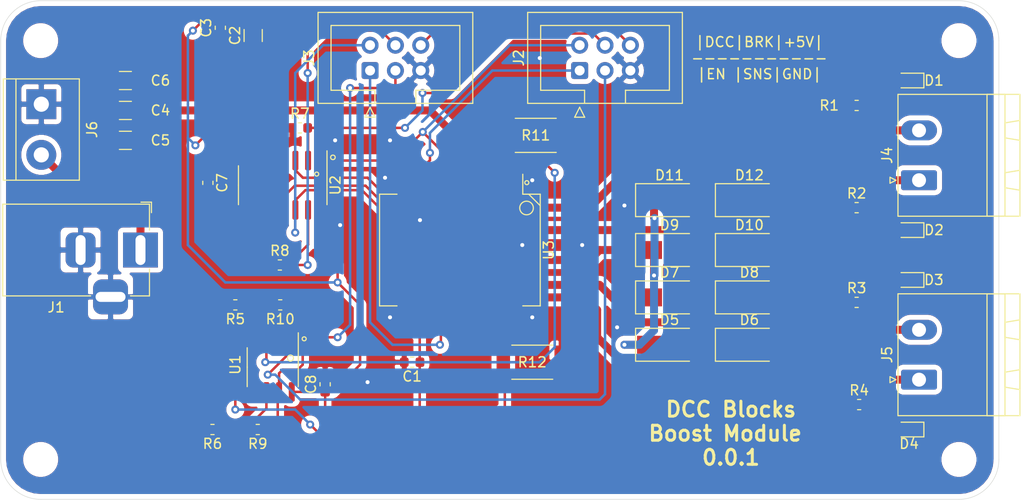
<source format=kicad_pcb>
(kicad_pcb (version 20171130) (host pcbnew 5.1.6-c6e7f7d~86~ubuntu20.04.1)
  (layers (0 F.Cu signal) (31 B.Cu signal) (34 B.Paste user) (35 F.Paste user) (36 B.SilkS user) (37 F.SilkS user) (38 B.Mask user) (39 F.Mask user) (44 Edge.Cuts user))
  (net 0 "")
  (net 1 GND)
  (net 2 +5V)
  (net 3 "Net-(D1-Pad2)")
  (net 4 "Net-(D2-Pad2)")
  (net 5 "Net-(D3-Pad2)")
  (net 6 "Net-(D4-Pad2)")
  (net 7 /BoosModule/Brake_A)
  (net 8 /BoosModule/DCC_A)
  (net 9 /BoosModule/Sns_A)
  (net 10 /BoosModule/en_A)
  (net 11 /BoosModule/Brake_B)
  (net 12 /BoosModule/DCC_B)
  (net 13 /BoosModule/Sns_B)
  (net 14 /BoosModule/en_B)
  (net 15 /BoosModule/Out_A_J)
  (net 16 /BoosModule/Out_A_K)
  (net 17 /BoosModule/Out_B_K)
  (net 18 /BoosModule/Out_B_J)
  (net 19 "Net-(R10-Pad2)")
  (net 20 "Net-(R6-Pad1)")
  (net 21 /BoosModule/snsA)
  (net 22 /BoosModule/snsB)
  (net 23 /BoosModule/dirB#)
  (net 24 "Net-(U2-Pad10)")
  (net 25 "Net-(U2-Pad4)")
  (net 26 /BoosModule/dirA#)
  (net 27 "Net-(U3-Pad18)")
  (net 28 "Net-(U3-Pad3)")
  (net 29 /V_DCC)
  (module TerminalBlock:TerminalBlock_bornier-2_P5.08mm (layer F.Cu) (at 104.064 60.376 270)
    (fp_text reference J6 (at 2.54 -5.08 90) (layer F.SilkS))
    (fp_text value Screw_Terminal_01x02)
    (pad 2 thru_hole circle (at 5.08 0 270) (size 3 3) (drill 1.52) (layers *.Cu *.Mask) (net 29 /V_DCC))
    (pad 1 thru_hole rect (at 0 0 270) (size 3 3) (drill 1.52) (layers *.Cu *.Mask) (net 1 GND))
  )
  (module Diode_SMD:D_SMA (layer F.Cu) (at 175 70)
    (fp_text reference D12 (at 0 -2.5) (layer F.SilkS))
    (fp_text value ss14)
    (pad 2 smd rect (at 2 0) (size 2.5 1.8) (layers F.Cu F.Paste F.Mask) (net 1 GND))
    (pad 1 smd rect (at -2 0) (size 2.5 1.8) (layers F.Cu F.Paste F.Mask) (net 15 /BoosModule/Out_A_J))
  )
  (module Diode_SMD:D_SMA (layer F.Cu) (at 167 70)
    (fp_text reference D11 (at 0 -2.5) (layer F.SilkS))
    (fp_text value ss14)
    (pad 2 smd rect (at 2 0) (size 2.5 1.8) (layers F.Cu F.Paste F.Mask) (net 15 /BoosModule/Out_A_J))
    (pad 1 smd rect (at -2 0) (size 2.5 1.8) (layers F.Cu F.Paste F.Mask) (net 29 /V_DCC))
  )
  (module Diode_SMD:D_SMA (layer F.Cu) (at 175 75)
    (fp_text reference D10 (at 0 -2.5) (layer F.SilkS))
    (fp_text value ss14)
    (pad 2 smd rect (at 2 0) (size 2.5 1.8) (layers F.Cu F.Paste F.Mask) (net 1 GND))
    (pad 1 smd rect (at -2 0) (size 2.5 1.8) (layers F.Cu F.Paste F.Mask) (net 16 /BoosModule/Out_A_K))
  )
  (module Diode_SMD:D_SMA (layer F.Cu) (at 167 75)
    (fp_text reference D9 (at 0 -2.5) (layer F.SilkS))
    (fp_text value ss14)
    (pad 2 smd rect (at 2 0) (size 2.5 1.8) (layers F.Cu F.Paste F.Mask) (net 16 /BoosModule/Out_A_K))
    (pad 1 smd rect (at -2 0) (size 2.5 1.8) (layers F.Cu F.Paste F.Mask) (net 29 /V_DCC))
  )
  (module Diode_SMD:D_SMA (layer F.Cu) (at 175 79.75)
    (fp_text reference D8 (at 0 -2.5) (layer F.SilkS))
    (fp_text value ss14)
    (pad 2 smd rect (at 2 0) (size 2.5 1.8) (layers F.Cu F.Paste F.Mask) (net 1 GND))
    (pad 1 smd rect (at -2 0) (size 2.5 1.8) (layers F.Cu F.Paste F.Mask) (net 18 /BoosModule/Out_B_J))
  )
  (module Diode_SMD:D_SMA (layer F.Cu) (at 167 79.75)
    (fp_text reference D7 (at 0 -2.5) (layer F.SilkS))
    (fp_text value ss14)
    (pad 2 smd rect (at 2 0) (size 2.5 1.8) (layers F.Cu F.Paste F.Mask) (net 18 /BoosModule/Out_B_J))
    (pad 1 smd rect (at -2 0) (size 2.5 1.8) (layers F.Cu F.Paste F.Mask) (net 29 /V_DCC))
  )
  (module Diode_SMD:D_SMA (layer F.Cu) (at 175 84.5)
    (fp_text reference D6 (at 0 -2.5) (layer F.SilkS))
    (fp_text value ss14)
    (pad 2 smd rect (at 2 0) (size 2.5 1.8) (layers F.Cu F.Paste F.Mask) (net 1 GND))
    (pad 1 smd rect (at -2 0) (size 2.5 1.8) (layers F.Cu F.Paste F.Mask) (net 17 /BoosModule/Out_B_K))
  )
  (module Diode_SMD:D_SMA (layer F.Cu) (at 167 84.5)
    (fp_text reference D5 (at 0 -2.5) (layer F.SilkS))
    (fp_text value ss14)
    (pad 2 smd rect (at 2 0) (size 2.5 1.8) (layers F.Cu F.Paste F.Mask) (net 17 /BoosModule/Out_B_K))
    (pad 1 smd rect (at -2 0) (size 2.5 1.8) (layers F.Cu F.Paste F.Mask) (net 29 /V_DCC))
  )
  (module Capacitor_SMD:C_0603_1608Metric (layer F.Cu) (at 132.5 88.4625 90)
    (fp_text reference C8 (at 0 -1.43 90) (layer F.SilkS))
    (fp_text value 100nF)
    (pad 2 smd roundrect (at 0.7875 0 90) (size 0.875 0.95) (layers F.Cu F.Paste F.Mask) (net 1 GND))
    (pad 1 smd roundrect (at -0.7875 0 90) (size 0.875 0.95) (layers F.Cu F.Paste F.Mask) (net 2 +5V))
  )
  (module Capacitor_SMD:C_0603_1608Metric (layer F.Cu) (at 120.75 68.2625 270)
    (fp_text reference C7 (at 0 -1.43 90) (layer F.SilkS))
    (fp_text value 100nF)
    (pad 2 smd roundrect (at 0.7875 0 270) (size 0.875 0.95) (layers F.Cu F.Paste F.Mask) (net 1 GND))
    (pad 1 smd roundrect (at -0.7875 0 270) (size 0.875 0.95) (layers F.Cu F.Paste F.Mask) (net 2 +5V))
  )
  (module Capacitor_SMD:C_1206_3216Metric (layer F.Cu) (at 112.4875 58)
    (fp_text reference C6 (at 3.5125 0) (layer F.SilkS))
    (fp_text value "10uF 35V")
    (pad 2 smd roundrect (at 1.4 0) (size 1.25 1.75) (layers F.Cu F.Paste F.Mask) (roundrect_rratio 0.2) (net 29 /V_DCC))
    (pad 1 smd roundrect (at -1.4 0) (size 1.25 1.75) (layers F.Cu F.Paste F.Mask) (roundrect_rratio 0.2) (net 1 GND))
  )
  (module Capacitor_SMD:C_1206_3216Metric (layer F.Cu) (at 112.4875 64)
    (fp_text reference C5 (at 3.5125 0) (layer F.SilkS))
    (fp_text value "10uF 35V")
    (pad 2 smd roundrect (at 1.4 0) (size 1.25 1.75) (layers F.Cu F.Paste F.Mask) (roundrect_rratio 0.2) (net 29 /V_DCC))
    (pad 1 smd roundrect (at -1.4 0) (size 1.25 1.75) (layers F.Cu F.Paste F.Mask) (roundrect_rratio 0.2) (net 1 GND))
  )
  (module Capacitor_SMD:C_1206_3216Metric (layer F.Cu) (at 112.4875 61)
    (fp_text reference C4 (at 3.5125 0) (layer F.SilkS))
    (fp_text value "10uF 35V")
    (pad 2 smd roundrect (at 1.4 0) (size 1.25 1.75) (layers F.Cu F.Paste F.Mask) (roundrect_rratio 0.2) (net 29 /V_DCC))
    (pad 1 smd roundrect (at -1.4 0) (size 1.25 1.75) (layers F.Cu F.Paste F.Mask) (roundrect_rratio 0.2) (net 1 GND))
  )
  (module Capacitor_SMD:C_0603_1608Metric (layer F.Cu) (at 122 52.7125 90)
    (fp_text reference C3 (at 0 -1.43 90) (layer F.SilkS))
    (fp_text value 100nF)
    (pad 2 smd roundrect (at 0.7875 0 90) (size 0.875 0.95) (layers F.Cu F.Paste F.Mask) (net 2 +5V))
    (pad 1 smd roundrect (at -0.7875 0 90) (size 0.875 0.95) (layers F.Cu F.Paste F.Mask) (net 1 GND))
  )
  (module Capacitor_SMD:C_1206_3216Metric (layer F.Cu) (at 125.29 53.4875 90)
    (fp_text reference C2 (at 0 -1.82 90) (layer F.SilkS))
    (fp_text value "10uF 35V")
    (pad 2 smd roundrect (at 1.4 0 90) (size 1.25 1.75) (layers F.Cu F.Paste F.Mask) (roundrect_rratio 0.2) (net 2 +5V))
    (pad 1 smd roundrect (at -1.4 0 90) (size 1.25 1.75) (layers F.Cu F.Paste F.Mask) (roundrect_rratio 0.2) (net 1 GND))
  )
  (module Capacitor_SMD:C_0603_1608Metric (layer F.Cu) (at 141.2125 86.25 180)
    (fp_text reference C1 (at 0 -1.43) (layer F.SilkS))
    (fp_text value 100nF)
    (pad 2 smd roundrect (at 0.7875 0 180) (size 0.875 0.95) (layers F.Cu F.Paste F.Mask) (net 1 GND))
    (pad 1 smd roundrect (at -0.7875 0 180) (size 0.875 0.95) (layers F.Cu F.Paste F.Mask) (net 2 +5V))
  )
  (module LED_SMD:LED_0603_1608Metric (layer F.Cu) (at 191 78 180)
    (fp_text reference D3 (at -2.4875 0) (layer F.SilkS))
    (fp_text value LED_YELLOW)
    (pad 2 smd roundrect (at 0.7875 0 180) (size 0.875 0.95) (layers F.Cu F.Paste F.Mask) (net 5 "Net-(D3-Pad2)"))
    (pad 1 smd roundrect (at -0.7875 0 180) (size 0.875 0.95) (layers F.Cu F.Paste F.Mask) (net 1 GND))
  )
  (module LED_SMD:LED_0603_1608Metric (layer F.Cu) (at 191 93 180)
    (fp_text reference D4 (at 0 -1.43) (layer F.SilkS))
    (fp_text value LED_YELLOW)
    (pad 2 smd roundrect (at 0.7875 0 180) (size 0.875 0.95) (layers F.Cu F.Paste F.Mask) (net 6 "Net-(D4-Pad2)"))
    (pad 1 smd roundrect (at -0.7875 0 180) (size 0.875 0.95) (layers F.Cu F.Paste F.Mask) (net 1 GND))
  )
  (module LED_SMD:LED_0603_1608Metric (layer F.Cu) (at 191 73 180)
    (fp_text reference D2 (at -2.5 0) (layer F.SilkS))
    (fp_text value LED_YELLOW)
    (pad 2 smd roundrect (at 0.7875 0 180) (size 0.875 0.95) (layers F.Cu F.Paste F.Mask) (net 4 "Net-(D2-Pad2)"))
    (pad 1 smd roundrect (at -0.7875 0 180) (size 0.875 0.95) (layers F.Cu F.Paste F.Mask) (net 1 GND))
  )
  (module LED_SMD:LED_0603_1608Metric (layer F.Cu) (at 191 58 180)
    (fp_text reference D1 (at -2.5 0) (layer F.SilkS))
    (fp_text value LED_YELLOW)
    (pad 2 smd roundrect (at 0.7875 0 180) (size 0.875 0.95) (layers F.Cu F.Paste F.Mask) (net 3 "Net-(D1-Pad2)"))
    (pad 1 smd roundrect (at -0.7875 0 180) (size 0.875 0.95) (layers F.Cu F.Paste F.Mask) (net 1 GND))
  )
  (module Resistor_SMD:R_2512_6332Metric (layer F.Cu) (at 153.25 86.25)
    (fp_text reference R12 (at 0 0) (layer F.SilkS))
    (fp_text value 0R15)
    (pad 2 smd roundrect (at 2.9 0) (size 1.35 3.35) (layers F.Cu F.Paste F.Mask) (roundrect_rratio 0.185185) (net 1 GND))
    (pad 1 smd roundrect (at -2.9 0) (size 1.35 3.35) (layers F.Cu F.Paste F.Mask) (roundrect_rratio 0.185185) (net 22 /BoosModule/snsB))
  )
  (module Resistor_SMD:R_2512_6332Metric (layer F.Cu) (at 153.6 63.5)
    (fp_text reference R11 (at 0 0) (layer F.SilkS))
    (fp_text value 0R15)
    (pad 2 smd roundrect (at 2.9 0) (size 1.35 3.35) (layers F.Cu F.Paste F.Mask) (roundrect_rratio 0.185185) (net 1 GND))
    (pad 1 smd roundrect (at -2.9 0) (size 1.35 3.35) (layers F.Cu F.Paste F.Mask) (roundrect_rratio 0.185185) (net 21 /BoosModule/snsA))
  )
  (module Resistor_SMD:R_0603_1608Metric (layer F.Cu) (at 128 80.5 180)
    (fp_text reference R10 (at 0 -1.43) (layer F.SilkS))
    (fp_text value 10K)
    (pad 2 smd roundrect (at 0.7875 0 180) (size 0.875 0.95) (layers F.Cu F.Paste F.Mask) (net 19 "Net-(R10-Pad2)"))
    (pad 1 smd roundrect (at -0.7875 0 180) (size 0.875 0.95) (layers F.Cu F.Paste F.Mask) (net 9 /BoosModule/Sns_A))
  )
  (module Resistor_SMD:R_0603_1608Metric (layer F.Cu) (at 125.75 93 180)
    (fp_text reference R9 (at 0 -1.43) (layer F.SilkS))
    (fp_text value 10K)
    (pad 2 smd roundrect (at 0.7875 0 180) (size 0.875 0.95) (layers F.Cu F.Paste F.Mask) (net 20 "Net-(R6-Pad1)"))
    (pad 1 smd roundrect (at -0.7875 0 180) (size 0.875 0.95) (layers F.Cu F.Paste F.Mask) (net 13 /BoosModule/Sns_B))
  )
  (module Resistor_SMD:R_0603_1608Metric (layer F.Cu) (at 127.9625 76.5)
    (fp_text reference R8 (at 0 -1.43) (layer F.SilkS))
    (fp_text value 10K)
    (pad 2 smd roundrect (at 0.7875 0) (size 0.875 0.95) (layers F.Cu F.Paste F.Mask) (net 11 /BoosModule/Brake_B))
    (pad 1 smd roundrect (at -0.7875 0) (size 0.875 0.95) (layers F.Cu F.Paste F.Mask) (net 1 GND))
  )
  (module Resistor_SMD:R_0603_1608Metric (layer F.Cu) (at 129.9625 62.75)
    (fp_text reference R7 (at 0 -1.43) (layer F.SilkS))
    (fp_text value 10K)
    (pad 2 smd roundrect (at 0.7875 0) (size 0.875 0.95) (layers F.Cu F.Paste F.Mask) (net 7 /BoosModule/Brake_A))
    (pad 1 smd roundrect (at -0.7875 0) (size 0.875 0.95) (layers F.Cu F.Paste F.Mask) (net 1 GND))
  )
  (module Resistor_SMD:R_0603_1608Metric (layer F.Cu) (at 121.2125 93 180)
    (fp_text reference R6 (at 0 -1.43) (layer F.SilkS))
    (fp_text value 1K)
    (pad 2 smd roundrect (at 0.7875 0 180) (size 0.875 0.95) (layers F.Cu F.Paste F.Mask) (net 1 GND))
    (pad 1 smd roundrect (at -0.7875 0 180) (size 0.875 0.95) (layers F.Cu F.Paste F.Mask) (net 20 "Net-(R6-Pad1)"))
  )
  (module Resistor_SMD:R_0603_1608Metric (layer F.Cu) (at 123.5 80.5 180)
    (fp_text reference R5 (at 0 -1.43) (layer F.SilkS))
    (fp_text value 1K)
    (pad 2 smd roundrect (at 0.7875 0 180) (size 0.875 0.95) (layers F.Cu F.Paste F.Mask) (net 1 GND))
    (pad 1 smd roundrect (at -0.7875 0 180) (size 0.875 0.95) (layers F.Cu F.Paste F.Mask) (net 19 "Net-(R10-Pad2)"))
  )
  (module Resistor_SMD:R_0603_1608Metric (layer F.Cu) (at 186 90.5)
    (fp_text reference R4 (at 0 -1.43) (layer F.SilkS))
    (fp_text value 10K)
    (pad 2 smd roundrect (at 0.7875 0) (size 0.875 0.95) (layers F.Cu F.Paste F.Mask) (net 6 "Net-(D4-Pad2)"))
    (pad 1 smd roundrect (at -0.7875 0) (size 0.875 0.95) (layers F.Cu F.Paste F.Mask) (net 17 /BoosModule/Out_B_K))
  )
  (module Resistor_SMD:R_0603_1608Metric (layer F.Cu) (at 185.75 80.25)
    (fp_text reference R3 (at 0 -1.43) (layer F.SilkS))
    (fp_text value 10K)
    (pad 2 smd roundrect (at 0.7875 0) (size 0.875 0.95) (layers F.Cu F.Paste F.Mask) (net 5 "Net-(D3-Pad2)"))
    (pad 1 smd roundrect (at -0.7875 0) (size 0.875 0.95) (layers F.Cu F.Paste F.Mask) (net 18 /BoosModule/Out_B_J))
  )
  (module Resistor_SMD:R_0603_1608Metric (layer F.Cu) (at 185.75 70.75)
    (fp_text reference R2 (at 0 -1.43) (layer F.SilkS))
    (fp_text value 10K)
    (pad 2 smd roundrect (at 0.7875 0) (size 0.875 0.95) (layers F.Cu F.Paste F.Mask) (net 4 "Net-(D2-Pad2)"))
    (pad 1 smd roundrect (at -0.7875 0) (size 0.875 0.95) (layers F.Cu F.Paste F.Mask) (net 16 /BoosModule/Out_A_K))
  )
  (module Resistor_SMD:R_0603_1608Metric (layer F.Cu) (at 185.75 60.5)
    (fp_text reference R1 (at -2.75 0) (layer F.SilkS))
    (fp_text value 10K)
    (pad 2 smd roundrect (at 0.7875 0) (size 0.875 0.95) (layers F.Cu F.Paste F.Mask) (net 3 "Net-(D1-Pad2)"))
    (pad 1 smd roundrect (at -0.7875 0) (size 0.875 0.95) (layers F.Cu F.Paste F.Mask) (net 15 /BoosModule/Out_A_J))
  )
  (module MountingHole:MountingHole_2.5mm (layer F.Cu) (at 196 96)
    (fp_text reference H4 hide)
    (fp_text value MountingHole)
    (pad 1 np_thru_hole circle (at 0 0) (size 2.5 2.5) (drill 2.5) (layers *.Cu *.Mask))
  )
  (module MountingHole:MountingHole_2.5mm (layer F.Cu) (at 196 54)
    (fp_text reference H3 hide)
    (fp_text value MountingHole)
    (pad 1 np_thru_hole circle (at 0 0) (size 2.5 2.5) (drill 2.5) (layers *.Cu *.Mask))
  )
  (module MountingHole:MountingHole_2.5mm (layer F.Cu) (at 104 54)
    (fp_text reference H2 hide)
    (fp_text value MountingHole)
    (pad 1 np_thru_hole circle (at 0 0) (size 2.5 2.5) (drill 2.5) (layers *.Cu *.Mask))
  )
  (module MountingHole:MountingHole_2.5mm (layer F.Cu) (at 104 96)
    (fp_text reference H1 hide)
    (fp_text value MountingHole)
    (pad 1 np_thru_hole circle (at 0 0) (size 2.5 2.5) (drill 2.5) (layers *.Cu *.Mask))
  )
  (module ArduinoDCC++:HSOP-20-1EP_11.0x15.9mm_P1.27mm_SlugUp (layer F.Cu) (at 146 75 270)
    (fp_text reference U3 (at 0 -8.9 90) (layer F.SilkS))
    (fp_text value L298P)
    (pad 20 smd rect (at 6.85 -5.715 270) (size 1.7 0.7) (layers F.Cu F.Paste F.Mask) (net 1 GND))
    (pad 19 smd rect (at 6.85 -4.445 270) (size 1.7 0.7) (layers F.Cu F.Paste F.Mask) (net 22 /BoosModule/snsB))
    (pad 18 smd rect (at 6.85 -3.175 270) (size 1.7 0.7) (layers F.Cu F.Paste F.Mask) (net 27 "Net-(U3-Pad18)"))
    (pad 17 smd rect (at 6.85 -1.905 270) (size 1.7 0.7) (layers F.Cu F.Paste F.Mask) (net 17 /BoosModule/Out_B_K))
    (pad 16 smd rect (at 6.85 -0.635 270) (size 1.7 0.7) (layers F.Cu F.Paste F.Mask) (net 18 /BoosModule/Out_B_J))
    (pad 15 smd rect (at 6.85 0.635 270) (size 1.7 0.7) (layers F.Cu F.Paste F.Mask) (net 23 /BoosModule/dirB#))
    (pad 14 smd rect (at 6.85 1.905 270) (size 1.7 0.7) (layers F.Cu F.Paste F.Mask) (net 14 /BoosModule/en_B))
    (pad 13 smd rect (at 6.85 3.175 270) (size 1.7 0.7) (layers F.Cu F.Paste F.Mask) (net 12 /BoosModule/DCC_B))
    (pad 12 smd rect (at 6.85 4.445 270) (size 1.7 0.7) (layers F.Cu F.Paste F.Mask) (net 2 +5V))
    (pad 11 smd rect (at 6.85 5.715 270) (size 1.7 0.7) (layers F.Cu F.Paste F.Mask) (net 1 GND))
    (pad 10 smd rect (at -6.85 5.715 270) (size 1.7 0.7) (layers F.Cu F.Paste F.Mask) (net 1 GND))
    (pad 9 smd rect (at -6.85 4.445 270) (size 1.7 0.7) (layers F.Cu F.Paste F.Mask) (net 26 /BoosModule/dirA#))
    (pad 8 smd rect (at -6.85 3.175 270) (size 1.7 0.7) (layers F.Cu F.Paste F.Mask) (net 10 /BoosModule/en_A))
    (pad 7 smd rect (at -6.85 1.905 270) (size 1.7 0.7) (layers F.Cu F.Paste F.Mask) (net 8 /BoosModule/DCC_A))
    (pad 6 smd rect (at -6.85 0.635 270) (size 1.7 0.7) (layers F.Cu F.Paste F.Mask) (net 29 /V_DCC))
    (pad 5 smd rect (at -6.85 -0.635 270) (size 1.7 0.7) (layers F.Cu F.Paste F.Mask) (net 16 /BoosModule/Out_A_K))
    (pad 4 smd rect (at -6.85 -1.905 270) (size 1.7 0.7) (layers F.Cu F.Paste F.Mask) (net 15 /BoosModule/Out_A_J))
    (pad 3 smd rect (at -6.85 -3.175 270) (size 1.7 0.7) (layers F.Cu F.Paste F.Mask) (net 28 "Net-(U3-Pad3)"))
    (pad 2 smd rect (at -6.85 -4.445 270) (size 1.7 0.7) (layers F.Cu F.Paste F.Mask) (net 21 /BoosModule/snsA))
    (pad 1 smd rect (at -6.85 -5.715 270) (size 1.7 0.7) (layers F.Cu F.Paste F.Mask) (net 1 GND))
  )
  (module ArduinoDCC++:SOIC-14_3.9x8.7mm_P1.27mm (layer F.Cu) (at 128.25 68.5 270)
    (fp_text reference U2 (at 0 -5.28 90) (layer F.SilkS))
    (fp_text value 4077)
    (pad 14 smd roundrect (at 2.475 -3.81 270) (size 1.95 0.6) (layers F.Cu F.Paste F.Mask) (net 2 +5V))
    (pad 13 smd roundrect (at 2.475 -2.54 270) (size 1.95 0.6) (layers F.Cu F.Paste F.Mask) (net 11 /BoosModule/Brake_B))
    (pad 12 smd roundrect (at 2.475 -1.27 270) (size 1.95 0.6) (layers F.Cu F.Paste F.Mask) (net 12 /BoosModule/DCC_B))
    (pad 11 smd roundrect (at 2.475 0 270) (size 1.95 0.6) (layers F.Cu F.Paste F.Mask) (net 23 /BoosModule/dirB#))
    (pad 10 smd roundrect (at 2.475 1.27 270) (size 1.95 0.6) (layers F.Cu F.Paste F.Mask) (net 24 "Net-(U2-Pad10)"))
    (pad 9 smd roundrect (at 2.475 2.54 270) (size 1.95 0.6) (layers F.Cu F.Paste F.Mask) (net 1 GND))
    (pad 8 smd roundrect (at 2.475 3.81 270) (size 1.95 0.6) (layers F.Cu F.Paste F.Mask) (net 1 GND))
    (pad 7 smd roundrect (at -2.475 3.81 270) (size 1.95 0.6) (layers F.Cu F.Paste F.Mask) (net 1 GND))
    (pad 6 smd roundrect (at -2.475 2.54 270) (size 1.95 0.6) (layers F.Cu F.Paste F.Mask) (net 2 +5V))
    (pad 5 smd roundrect (at -2.475 1.27 270) (size 1.95 0.6) (layers F.Cu F.Paste F.Mask) (net 2 +5V))
    (pad 4 smd roundrect (at -2.475 0 270) (size 1.95 0.6) (layers F.Cu F.Paste F.Mask) (net 25 "Net-(U2-Pad4)"))
    (pad 3 smd roundrect (at -2.475 -1.27 270) (size 1.95 0.6) (layers F.Cu F.Paste F.Mask) (net 26 /BoosModule/dirA#))
    (pad 2 smd roundrect (at -2.475 -2.54 270) (size 1.95 0.6) (layers F.Cu F.Paste F.Mask) (net 7 /BoosModule/Brake_A))
    (pad 1 smd roundrect (at -2.475 -3.81 270) (size 1.95 0.6) (layers F.Cu F.Paste F.Mask) (net 8 /BoosModule/DCC_A))
  )
  (module ArduinoDCC++:SOIC-8_3.9x4.9mm_P1.27mm (layer F.Cu) (at 127.25 86.75 270)
    (fp_text reference U1 (at -0.25 3.75 90) (layer F.SilkS))
    (fp_text value LMV358)
    (pad 8 smd roundrect (at 2.475 -1.905 270) (size 1.95 0.6) (layers F.Cu F.Paste F.Mask) (net 2 +5V))
    (pad 7 smd roundrect (at 2.475 -0.635 270) (size 1.95 0.6) (layers F.Cu F.Paste F.Mask) (net 13 /BoosModule/Sns_B))
    (pad 6 smd roundrect (at 2.475 0.635 270) (size 1.95 0.6) (layers F.Cu F.Paste F.Mask) (net 20 "Net-(R6-Pad1)"))
    (pad 5 smd roundrect (at 2.475 1.905 270) (size 1.95 0.6) (layers F.Cu F.Paste F.Mask) (net 22 /BoosModule/snsB))
    (pad 4 smd roundrect (at -2.475 1.905 270) (size 1.95 0.6) (layers F.Cu F.Paste F.Mask) (net 1 GND))
    (pad 3 smd roundrect (at -2.475 0.635 270) (size 1.95 0.6) (layers F.Cu F.Paste F.Mask) (net 21 /BoosModule/snsA))
    (pad 2 smd roundrect (at -2.475 -0.635 270) (size 1.95 0.6) (layers F.Cu F.Paste F.Mask) (net 19 "Net-(R10-Pad2)"))
    (pad 1 smd roundrect (at -2.475 -1.905 270) (size 1.95 0.6) (layers F.Cu F.Paste F.Mask) (net 9 /BoosModule/Sns_A))
  )
  (module Connector_Phoenix_MSTB:PhoenixContact_MSTBA_2,5_2-G_1x02_P5.00mm_Horizontal (layer F.Cu) (at 192 88 90)
    (fp_text reference J5 (at 2.5 -3.2 90) (layer F.SilkS))
    (fp_text value Screw_Terminal_01x02)
    (pad 2 thru_hole oval (at 5 0 90) (size 2 3.6) (drill 1.4) (layers *.Cu *.Mask) (net 18 /BoosModule/Out_B_J))
    (pad 1 thru_hole roundrect (at 0 0 90) (size 2 3.6) (drill 1.4) (layers *.Cu *.Mask) (roundrect_rratio 0.125) (net 17 /BoosModule/Out_B_K))
  )
  (module Connector_Phoenix_MSTB:PhoenixContact_MSTBA_2,5_2-G_1x02_P5.00mm_Horizontal (layer F.Cu) (at 192 68 90)
    (fp_text reference J4 (at 2.5 -3.2 90) (layer F.SilkS))
    (fp_text value Screw_Terminal_01x02)
    (pad 2 thru_hole oval (at 5 0 90) (size 2 3.6) (drill 1.4) (layers *.Cu *.Mask) (net 15 /BoosModule/Out_A_J))
    (pad 1 thru_hole roundrect (at 0 0 90) (size 2 3.6) (drill 1.4) (layers *.Cu *.Mask) (roundrect_rratio 0.125) (net 16 /BoosModule/Out_A_K))
  )
  (module Connector_IDC:IDC-Header_2x03_P2.54mm_Vertical (layer F.Cu) (at 137 57 90)
    (fp_text reference J3 (at 1.27 -6.1 90) (layer F.SilkS))
    (fp_text value Conn_02x03_Odd_Even)
    (pad 6 thru_hole circle (at 2.54 5.08 90) (size 1.7 1.7) (drill 1) (layers *.Cu *.Mask) (net 2 +5V))
    (pad 4 thru_hole circle (at 2.54 2.54 90) (size 1.7 1.7) (drill 1) (layers *.Cu *.Mask) (net 11 /BoosModule/Brake_B))
    (pad 2 thru_hole circle (at 2.54 0 90) (size 1.7 1.7) (drill 1) (layers *.Cu *.Mask) (net 12 /BoosModule/DCC_B))
    (pad 5 thru_hole circle (at 0 5.08 90) (size 1.7 1.7) (drill 1) (layers *.Cu *.Mask) (net 1 GND))
    (pad 3 thru_hole circle (at 0 2.54 90) (size 1.7 1.7) (drill 1) (layers *.Cu *.Mask) (net 13 /BoosModule/Sns_B))
    (pad 1 thru_hole roundrect (at 0 0 90) (size 1.7 1.7) (drill 1) (layers *.Cu *.Mask) (roundrect_rratio 0.147059) (net 14 /BoosModule/en_B))
  )
  (module Connector_IDC:IDC-Header_2x03_P2.54mm_Vertical (layer F.Cu) (at 158 57 90)
    (fp_text reference J2 (at 1.27 -6.1 90) (layer F.SilkS))
    (fp_text value Conn_02x03_Odd_Even)
    (pad 6 thru_hole circle (at 2.54 5.08 90) (size 1.7 1.7) (drill 1) (layers *.Cu *.Mask) (net 2 +5V))
    (pad 4 thru_hole circle (at 2.54 2.54 90) (size 1.7 1.7) (drill 1) (layers *.Cu *.Mask) (net 7 /BoosModule/Brake_A))
    (pad 2 thru_hole circle (at 2.54 0 90) (size 1.7 1.7) (drill 1) (layers *.Cu *.Mask) (net 8 /BoosModule/DCC_A))
    (pad 5 thru_hole circle (at 0 5.08 90) (size 1.7 1.7) (drill 1) (layers *.Cu *.Mask) (net 1 GND))
    (pad 3 thru_hole circle (at 0 2.54 90) (size 1.7 1.7) (drill 1) (layers *.Cu *.Mask) (net 9 /BoosModule/Sns_A))
    (pad 1 thru_hole roundrect (at 0 0 90) (size 1.7 1.7) (drill 1) (layers *.Cu *.Mask) (roundrect_rratio 0.147059) (net 10 /BoosModule/en_A))
  )
  (module Connector_BarrelJack:BarrelJack_Horizontal (layer F.Cu) (at 114 75)
    (fp_text reference J1 (at -8.45 5.75) (layer F.SilkS))
    (fp_text value Barrel_Jack_Switch)
    (pad 3 thru_hole roundrect (at -3 4.7) (size 3.5 3.5) (drill oval 3 1) (layers *.Cu *.Mask) (net 1 GND))
    (pad 2 thru_hole roundrect (at -6 0) (size 3 3.5) (drill oval 1 3) (layers *.Cu *.Mask) (net 1 GND))
    (pad 1 thru_hole rect (at 0 0) (size 3.5 3.5) (drill oval 1 3) (layers *.Cu *.Mask) (net 29 /V_DCC))
  )
  (gr_text "DCC Blocks\nBoost Module \n0.0.1" (at 173.152 93.396) (layer F.SilkS) (effects (font (size 1.5 1.5) (thickness 0.3))))
  (gr_text "|DCC|BRK|+5V|\n-----------\n|EN |SNS|GND|" (at 176 55.75) (layer F.SilkS) (effects (font (size 1 1))))
  (gr_line (start 200 96) (end 200 54) (layer Edge.Cuts) (width 0.05))
  (gr_line (start 104 100) (end 196 100) (layer Edge.Cuts) (width 0.05))
  (gr_line (start 100 54) (end 100 96) (layer Edge.Cuts) (width 0.05))
  (gr_line (start 196 50) (end 104 50) (layer Edge.Cuts) (width 0.05))
  (gr_arc (start 104 54) (end 104 50) (angle -90) (layer Edge.Cuts) (width 0.05))
  (gr_arc (start 104 96) (end 100 96) (angle -90) (layer Edge.Cuts) (width 0.05))
  (gr_arc (start 196 96) (end 196 100) (angle -90) (layer Edge.Cuts) (width 0.05))
  (gr_arc (start 196 54) (end 200 54) (angle -90) (layer Edge.Cuts) (width 0.05))
  (via (at 138.5 67.75) (size 0.8) (drill 0.4) (layers F.Cu B.Cu) (net 1))
  (via (at 134 72.5) (size 0.8) (drill 0.4) (layers F.Cu B.Cu) (net 1))
  (via (at 142 72) (size 0.8) (drill 0.4) (layers F.Cu B.Cu) (net 1))
  (via (at 136.75 88.25) (size 0.8) (drill 0.4) (layers F.Cu B.Cu) (net 1))
  (via (at 139 64) (size 0.8) (drill 0.4) (layers F.Cu B.Cu) (net 1))
  (via (at 133.5 64) (size 0.8) (drill 0.4) (layers F.Cu B.Cu) (net 1))
  (via (at 152.25 74.5) (size 0.8) (drill 0.4) (layers F.Cu B.Cu) (net 1))
  (via (at 158.25 74.5) (size 0.8) (drill 0.4) (layers F.Cu B.Cu) (net 1))
  (via (at 161.75 82.75) (size 0.8) (drill 0.4) (layers F.Cu B.Cu) (net 1))
  (via (at 154 55.75) (size 0.8) (drill 0.4) (layers F.Cu B.Cu) (net 1))
  (via (at 153.25 81.75) (size 0.8) (drill 0.4) (layers F.Cu B.Cu) (net 1))
  (via (at 153.25 68) (size 0.8) (drill 0.4) (layers F.Cu B.Cu) (net 1))
  (via (at 139 81.75) (size 0.8) (drill 0.4) (layers F.Cu B.Cu) (net 1))
  (via (at 162.484 70.536) (size 0.8) (drill 0.4) (layers F.Cu B.Cu) (net 1))
  (segment (start 132.5 89.225) (end 129.155 89.225) (width 0.25) (layer F.Cu) (net 2))
  (segment (start 132.5 91) (end 133.75 92.25) (width 0.25) (layer F.Cu) (net 2))
  (segment (start 132.5 89.225) (end 132.5 91) (width 0.25) (layer F.Cu) (net 2))
  (segment (start 140.71 92.25) (end 133.75 92.25) (width 0.25) (layer F.Cu) (net 2))
  (segment (start 121.75 63.75) (end 126.5 63.75) (width 0.25) (layer F.Cu) (net 2))
  (segment (start 126.98 64.23) (end 126.98 66.025) (width 0.25) (layer F.Cu) (net 2))
  (segment (start 126.5 63.75) (end 126.98 64.23) (width 0.25) (layer F.Cu) (net 2))
  (segment (start 141.555 81.85) (end 141.555 83.305) (width 0.25) (layer F.Cu) (net 2))
  (segment (start 141.975 83.725) (end 141.975 86.25) (width 0.25) (layer F.Cu) (net 2))
  (segment (start 141.555 83.305) (end 141.975 83.725) (width 0.25) (layer F.Cu) (net 2))
  (segment (start 163.08 54.46) (end 160.62 52) (width 0.25) (layer F.Cu) (net 2))
  (segment (start 144.54 52) (end 142.08 54.46) (width 0.25) (layer F.Cu) (net 2))
  (segment (start 160.62 52) (end 144.54 52) (width 0.25) (layer F.Cu) (net 2))
  (segment (start 144.54 52) (end 124 52) (width 0.25) (layer F.Cu) (net 2))
  (segment (start 122 52) (end 125.29 52) (width 0.25) (layer F.Cu) (net 2))
  (segment (start 125.71 66.025) (end 126.98 66.025) (width 0.25) (layer F.Cu) (net 2))
  (segment (start 141.975 90.985) (end 140.71 92.25) (width 0.25) (layer F.Cu) (net 2))
  (segment (start 141.975 86.25) (end 141.975 90.985) (width 0.25) (layer F.Cu) (net 2))
  (via (at 119.25 53) (size 0.8) (drill 0.4) (layers F.Cu B.Cu) (net 2))
  (segment (start 120.25 52) (end 119.25 53) (width 0.25) (layer F.Cu) (net 2))
  (segment (start 122 52) (end 120.25 52) (width 0.25) (layer F.Cu) (net 2))
  (segment (start 119.25 53) (end 118.75 53.5) (width 0.25) (layer B.Cu) (net 2))
  (via (at 119.5 64.5) (size 0.8) (drill 0.4) (layers F.Cu B.Cu) (net 2))
  (segment (start 118.75 63.75) (end 119.5 64.5) (width 0.25) (layer B.Cu) (net 2))
  (segment (start 118.75 53.5) (end 118.75 63.75) (width 0.25) (layer B.Cu) (net 2))
  (segment (start 120.25 63.75) (end 121.75 63.75) (width 0.25) (layer F.Cu) (net 2))
  (segment (start 119.5 64.5) (end 120.25 63.75) (width 0.25) (layer F.Cu) (net 2))
  (segment (start 118.75 63.75) (end 118.75 74.5) (width 0.25) (layer B.Cu) (net 2))
  (via (at 133.75 78.25) (size 0.8) (drill 0.4) (layers F.Cu B.Cu) (net 2))
  (segment (start 122.5 78.25) (end 133.75 78.25) (width 0.25) (layer B.Cu) (net 2))
  (segment (start 118.75 74.5) (end 122.5 78.25) (width 0.25) (layer B.Cu) (net 2))
  (segment (start 133.75 78.25) (end 133.75 76.5) (width 0.25) (layer F.Cu) (net 2))
  (segment (start 132.06 74.81) (end 132.06 70.975) (width 0.25) (layer F.Cu) (net 2))
  (segment (start 133.75 76.5) (end 132.06 74.81) (width 0.25) (layer F.Cu) (net 2))
  (segment (start 133.275 89.225) (end 132.5 89.225) (width 0.25) (layer F.Cu) (net 2))
  (segment (start 136 86.5) (end 133.275 89.225) (width 0.25) (layer F.Cu) (net 2))
  (segment (start 136 80.5) (end 136 86.5) (width 0.25) (layer F.Cu) (net 2))
  (segment (start 133.75 78.25) (end 136 80.5) (width 0.25) (layer F.Cu) (net 2))
  (segment (start 120.75 64.75) (end 121.75 63.75) (width 0.25) (layer F.Cu) (net 2))
  (segment (start 120.75 67.475) (end 120.75 64.75) (width 0.25) (layer F.Cu) (net 2))
  (segment (start 165.45 77.55) (end 165.45 79.75) (width 0.8) (layer F.Cu) (net 29))
  (via (at 165.45 77.55) (size 0.8) (drill 0.4) (layers F.Cu B.Cu) (net 29))
  (via (at 165.5 71.8) (size 0.8) (drill 0.4) (layers F.Cu B.Cu) (net 29))
  (segment (start 165.45 71.75) (end 165.5 71.8) (width 0.8) (layer F.Cu) (net 29))
  (segment (start 165.45 70) (end 165.45 71.75) (width 0.8) (layer F.Cu) (net 29))
  (segment (start 165.5 77.5) (end 165.45 77.55) (width 0.8) (layer B.Cu) (net 29))
  (segment (start 165.5 71.8) (end 165.5 77.5) (width 0.8) (layer B.Cu) (net 29))
  (via (at 162.484 84.5) (size 0.8) (drill 0.4) (layers F.Cu B.Cu) (net 29))
  (segment (start 165.45 83.05) (end 164 84.5) (width 0.8) (layer B.Cu) (net 29))
  (segment (start 165.45 77.55) (end 165.45 83.05) (width 0.8) (layer B.Cu) (net 29))
  (segment (start 164 84.5) (end 165.45 84.5) (width 0.8) (layer F.Cu) (net 29))
  (segment (start 113.975 66.975) (end 114 67) (width 0.8) (layer F.Cu) (net 29))
  (segment (start 113.975 58) (end 113.975 66.975) (width 0.8) (layer F.Cu) (net 29))
  (segment (start 145.365 63.365) (end 145.365 68.15) (width 0.8) (layer F.Cu) (net 29))
  (segment (start 143 61) (end 145.365 63.365) (width 0.8) (layer F.Cu) (net 29))
  (segment (start 113.975 61) (end 143 61) (width 0.8) (layer F.Cu) (net 29))
  (segment (start 165.45 75.45) (end 165.45 77.55) (width 0.8) (layer F.Cu) (net 29))
  (segment (start 165 75) (end 165.45 75.45) (width 0.8) (layer F.Cu) (net 29))
  (segment (start 160 75) (end 165 75) (width 0.8) (layer F.Cu) (net 29))
  (segment (start 159 76) (end 160 75) (width 0.8) (layer F.Cu) (net 29))
  (segment (start 148 76) (end 159 76) (width 0.8) (layer F.Cu) (net 29))
  (segment (start 145.365 73.365) (end 148 76) (width 0.8) (layer F.Cu) (net 29))
  (segment (start 145.365 68.15) (end 145.365 73.365) (width 0.8) (layer F.Cu) (net 29))
  (segment (start 162.484 84.5) (end 165 84.5) (width 0.8) (layer F.Cu) (net 29))
  (segment (start 164 84.5) (end 162.484 84.5) (width 0.8) (layer B.Cu) (net 29))
  (segment (start 186.5375 60.5) (end 187.5 60.5) (width 0.25) (layer F.Cu) (net 3))
  (segment (start 187.5 60.5) (end 188.25 59.75) (width 0.25) (layer F.Cu) (net 3))
  (segment (start 188.25 59.75) (end 188.25 58.25) (width 0.25) (layer F.Cu) (net 3))
  (segment (start 188.5 58) (end 190.2125 58) (width 0.25) (layer F.Cu) (net 3))
  (segment (start 188.25 58.25) (end 188.5 58) (width 0.25) (layer F.Cu) (net 3))
  (segment (start 186.5375 70.75) (end 187.25 70.75) (width 0.25) (layer F.Cu) (net 4))
  (segment (start 187.25 70.75) (end 188 71.5) (width 0.25) (layer F.Cu) (net 4))
  (segment (start 188.5 73) (end 188 72.5) (width 0.25) (layer F.Cu) (net 4))
  (segment (start 190.2125 73) (end 188.5 73) (width 0.25) (layer F.Cu) (net 4))
  (segment (start 188 71.5) (end 188 72.5) (width 0.25) (layer F.Cu) (net 4))
  (segment (start 186.5375 80.25) (end 188 80.25) (width 0.25) (layer F.Cu) (net 5))
  (segment (start 188 80.25) (end 188.25 80) (width 0.25) (layer F.Cu) (net 5))
  (segment (start 188.25 80) (end 188.25 78.5) (width 0.25) (layer F.Cu) (net 5))
  (segment (start 188.75 78) (end 190.2125 78) (width 0.25) (layer F.Cu) (net 5))
  (segment (start 188.25 78.5) (end 188.75 78) (width 0.25) (layer F.Cu) (net 5))
  (segment (start 186.7875 90.5) (end 187.75 90.5) (width 0.25) (layer F.Cu) (net 6))
  (segment (start 187.75 90.5) (end 188.5 91.25) (width 0.25) (layer F.Cu) (net 6))
  (segment (start 188.5 91.25) (end 188.5 92.5) (width 0.25) (layer F.Cu) (net 6))
  (segment (start 189 93) (end 190.2125 93) (width 0.25) (layer F.Cu) (net 6))
  (segment (start 188.5 92.5) (end 189 93) (width 0.25) (layer F.Cu) (net 6))
  (segment (start 159.364999 53.284999) (end 151.034999 53.284999) (width 0.25) (layer F.Cu) (net 7))
  (segment (start 160.54 54.46) (end 159.364999 53.284999) (width 0.25) (layer F.Cu) (net 7))
  (via (at 142.25 59.25) (size 0.8) (drill 0.4) (layers F.Cu B.Cu) (net 7))
  (segment (start 145.069998 59.25) (end 142.25 59.25) (width 0.25) (layer F.Cu) (net 7))
  (segment (start 151.034999 53.284999) (end 145.069998 59.25) (width 0.25) (layer F.Cu) (net 7))
  (via (at 140.5 62.75) (size 0.8) (drill 0.4) (layers F.Cu B.Cu) (net 7))
  (segment (start 142.25 61) (end 140.5 62.75) (width 0.25) (layer B.Cu) (net 7))
  (segment (start 142.25 59.25) (end 142.25 61) (width 0.25) (layer B.Cu) (net 7))
  (segment (start 140.5 62.75) (end 130.9875 62.75) (width 0.25) (layer F.Cu) (net 7))
  (segment (start 130.79 62.9475) (end 130.9875 62.75) (width 0.25) (layer F.Cu) (net 7))
  (segment (start 130.79 66.025) (end 130.79 62.9475) (width 0.25) (layer F.Cu) (net 7))
  (via (at 142.280579 63.160145) (size 0.8) (drill 0.4) (layers F.Cu B.Cu) (net 8))
  (segment (start 132.06 66.025) (end 139.415724 66.025) (width 0.25) (layer F.Cu) (net 8))
  (segment (start 139.415724 66.025) (end 142.280579 63.160145) (width 0.25) (layer F.Cu) (net 8))
  (segment (start 144.095 68.15) (end 144.095 64.974566) (width 0.25) (layer F.Cu) (net 8))
  (segment (start 144.095 64.974566) (end 142.280579 63.160145) (width 0.25) (layer F.Cu) (net 8))
  (segment (start 158 54.46) (end 150.980724 54.46) (width 0.25) (layer B.Cu) (net 8))
  (segment (start 150.980724 54.46) (end 142.280579 63.160145) (width 0.25) (layer B.Cu) (net 8))
  (segment (start 160.54 57) (end 160.54 89.46) (width 0.25) (layer B.Cu) (net 9))
  (segment (start 160.54 89.46) (end 160 90) (width 0.25) (layer B.Cu) (net 9))
  (segment (start 160 90) (end 130 90) (width 0.25) (layer B.Cu) (net 9))
  (segment (start 127.5 87.5) (end 126.75 87.5) (width 0.25) (layer B.Cu) (net 9))
  (via (at 126.75 87.5) (size 0.8) (drill 0.4) (layers F.Cu B.Cu) (net 9))
  (segment (start 130 90) (end 127.5 87.5) (width 0.25) (layer B.Cu) (net 9))
  (segment (start 129.155 85.095) (end 129.155 84.275) (width 0.25) (layer F.Cu) (net 9))
  (segment (start 126.75 87.5) (end 129.155 85.095) (width 0.25) (layer F.Cu) (net 9))
  (segment (start 128.7875 81.5375) (end 128.7875 80.5) (width 0.25) (layer F.Cu) (net 9))
  (segment (start 129.155 81.905) (end 128.7875 81.5375) (width 0.25) (layer F.Cu) (net 9))
  (segment (start 129.155 84.275) (end 129.155 81.905) (width 0.25) (layer F.Cu) (net 9))
  (via (at 143 65.25) (size 0.8) (drill 0.4) (layers F.Cu B.Cu) (net 10))
  (segment (start 143 65.25) (end 143 66) (width 0.25) (layer F.Cu) (net 10))
  (segment (start 142.825 66.175) (end 142.825 68.15) (width 0.25) (layer F.Cu) (net 10))
  (segment (start 143 66) (end 142.825 66.175) (width 0.25) (layer F.Cu) (net 10))
  (segment (start 149.25 57) (end 143 63.25) (width 0.25) (layer B.Cu) (net 10))
  (segment (start 158 57) (end 149.25 57) (width 0.25) (layer B.Cu) (net 10))
  (segment (start 143 63.25) (end 143 65.25) (width 0.25) (layer B.Cu) (net 10))
  (segment (start 130.79 74.46) (end 128.75 76.5) (width 0.25) (layer F.Cu) (net 11))
  (segment (start 130.79 70.975) (end 130.79 74.46) (width 0.25) (layer F.Cu) (net 11))
  (via (at 130.75 57.25) (size 0.8) (drill 0.4) (layers F.Cu B.Cu) (net 11))
  (via (at 130.75 76.5) (size 0.8) (drill 0.4) (layers F.Cu B.Cu) (net 11))
  (segment (start 130.75 57.25) (end 130.75 76.5) (width 0.25) (layer B.Cu) (net 11))
  (segment (start 130.75 76.5) (end 128.75 76.5) (width 0.25) (layer F.Cu) (net 11))
  (segment (start 130.75 54.75) (end 130.75 57.25) (width 0.25) (layer F.Cu) (net 11))
  (segment (start 132.5 53) (end 130.75 54.75) (width 0.25) (layer F.Cu) (net 11))
  (segment (start 138.08 53) (end 132.5 53) (width 0.25) (layer F.Cu) (net 11))
  (segment (start 139.54 54.46) (end 138.08 53) (width 0.25) (layer F.Cu) (net 11))
  (segment (start 142.825 77.575) (end 142.825 81.85) (width 0.25) (layer F.Cu) (net 12))
  (segment (start 142.25 77) (end 142.825 77.575) (width 0.25) (layer F.Cu) (net 12))
  (segment (start 140.113589 77) (end 142.25 77) (width 0.25) (layer F.Cu) (net 12))
  (segment (start 138.961411 75.847822) (end 140.113589 77) (width 0.25) (layer F.Cu) (net 12))
  (segment (start 138.961411 71.779616) (end 138.961411 75.847822) (width 0.25) (layer F.Cu) (net 12))
  (segment (start 136.181795 69) (end 138.961411 71.779616) (width 0.25) (layer F.Cu) (net 12))
  (segment (start 130.52 69) (end 136.181795 69) (width 0.25) (layer F.Cu) (net 12))
  (segment (start 129.52 70) (end 130.52 69) (width 0.25) (layer F.Cu) (net 12))
  (segment (start 129.52 70.975) (end 129.52 70) (width 0.25) (layer F.Cu) (net 12))
  (segment (start 137 54.46) (end 132.29 54.46) (width 0.25) (layer B.Cu) (net 12))
  (via (at 129.5 73.25) (size 0.8) (drill 0.4) (layers F.Cu B.Cu) (net 12))
  (segment (start 129.5 57.25) (end 129.5 73.25) (width 0.25) (layer B.Cu) (net 12))
  (segment (start 132.29 54.46) (end 129.5 57.25) (width 0.25) (layer B.Cu) (net 12))
  (segment (start 129.5 70.995) (end 129.52 70.975) (width 0.25) (layer F.Cu) (net 12))
  (segment (start 129.5 73.25) (end 129.5 70.995) (width 0.25) (layer F.Cu) (net 12))
  (segment (start 127.75 89.36) (end 127.885 89.225) (width 0.25) (layer F.Cu) (net 13))
  (via (at 135 58.75) (size 0.8) (drill 0.4) (layers F.Cu B.Cu) (net 13))
  (via (at 133.75 83.75) (size 0.8) (drill 0.4) (layers F.Cu B.Cu) (net 13))
  (segment (start 135 82.5) (end 133.75 83.75) (width 0.25) (layer B.Cu) (net 13))
  (segment (start 135 58.75) (end 135 82.5) (width 0.25) (layer B.Cu) (net 13))
  (segment (start 127.885 87.365) (end 127.885 89.225) (width 0.25) (layer F.Cu) (net 13))
  (segment (start 128.25 87) (end 127.885 87.365) (width 0.25) (layer F.Cu) (net 13))
  (segment (start 131.5 83.75) (end 130.25 85) (width 0.25) (layer F.Cu) (net 13))
  (segment (start 133.75 83.75) (end 131.5 83.75) (width 0.25) (layer F.Cu) (net 13))
  (segment (start 129.75 87) (end 130.25 86.5) (width 0.25) (layer F.Cu) (net 13))
  (segment (start 130.25 85) (end 130.25 86.5) (width 0.25) (layer F.Cu) (net 13))
  (segment (start 129.75 87) (end 128.25 87) (width 0.25) (layer F.Cu) (net 13))
  (segment (start 127 93) (end 127.75 92.25) (width 0.25) (layer F.Cu) (net 13))
  (segment (start 126.5375 93) (end 127 93) (width 0.25) (layer F.Cu) (net 13))
  (segment (start 127.75 92.25) (end 127.75 89.36) (width 0.25) (layer F.Cu) (net 13))
  (segment (start 139.25 58.75) (end 135 58.75) (width 0.25) (layer F.Cu) (net 13))
  (segment (start 139.54 58.46) (end 139.25 58.75) (width 0.25) (layer F.Cu) (net 13))
  (segment (start 139.54 57) (end 139.54 58.46) (width 0.25) (layer F.Cu) (net 13))
  (via (at 144.00001 84.5) (size 0.8) (drill 0.4) (layers F.Cu B.Cu) (net 14))
  (segment (start 144.095 81.85) (end 144.095 84.40501) (width 0.25) (layer F.Cu) (net 14))
  (segment (start 144.095 84.40501) (end 144.00001 84.5) (width 0.25) (layer F.Cu) (net 14))
  (segment (start 139.25 84.5) (end 144.00001 84.5) (width 0.25) (layer B.Cu) (net 14))
  (segment (start 137 82.25) (end 139.25 84.5) (width 0.25) (layer B.Cu) (net 14))
  (segment (start 137 57) (end 137 82.25) (width 0.25) (layer B.Cu) (net 14))
  (segment (start 183.5 63) (end 192 63) (width 0.8) (layer F.Cu) (net 15))
  (segment (start 179 67.5) (end 183.5 63) (width 0.8) (layer F.Cu) (net 15))
  (segment (start 159 70.75) (end 162.25 67.5) (width 0.8) (layer F.Cu) (net 15))
  (segment (start 148.855 70.75) (end 159 70.75) (width 0.8) (layer F.Cu) (net 15))
  (segment (start 147.905 69.8) (end 148.855 70.75) (width 0.8) (layer F.Cu) (net 15))
  (segment (start 147.905 68.15) (end 147.905 69.8) (width 0.8) (layer F.Cu) (net 15))
  (segment (start 169.6 70) (end 172.5 70) (width 0.8) (layer F.Cu) (net 15))
  (segment (start 168.55 68.45) (end 169.5 67.5) (width 0.8) (layer F.Cu) (net 15))
  (segment (start 168.55 70) (end 168.55 68.45) (width 0.8) (layer F.Cu) (net 15))
  (segment (start 169.5 67.5) (end 179 67.5) (width 0.8) (layer F.Cu) (net 15))
  (segment (start 162.25 67.5) (end 169.5 67.5) (width 0.8) (layer F.Cu) (net 15))
  (segment (start 185.0125 61.4875) (end 185.0125 60.5) (width 0.8) (layer F.Cu) (net 15))
  (segment (start 183.5 63) (end 185.0125 61.4875) (width 0.8) (layer F.Cu) (net 15))
  (segment (start 146.635 71.135) (end 148.5 73) (width 0.8) (layer F.Cu) (net 16))
  (segment (start 146.635 68.15) (end 146.635 71.135) (width 0.8) (layer F.Cu) (net 16))
  (segment (start 169.6 75) (end 172.5 75) (width 0.8) (layer F.Cu) (net 16))
  (segment (start 168.55 73.95) (end 169.5 73) (width 0.8) (layer F.Cu) (net 16))
  (segment (start 168.55 75) (end 168.55 73.95) (width 0.8) (layer F.Cu) (net 16))
  (segment (start 169.5 73) (end 181.75 73) (width 0.8) (layer F.Cu) (net 16))
  (segment (start 148.5 73) (end 169.5 73) (width 0.8) (layer F.Cu) (net 16))
  (segment (start 184 70.75) (end 181.75 73) (width 0.8) (layer F.Cu) (net 16))
  (segment (start 185.025 70.75) (end 184 70.75) (width 0.8) (layer F.Cu) (net 16))
  (segment (start 185.025 68.975) (end 185.025 70.75) (width 0.8) (layer F.Cu) (net 16))
  (segment (start 186 68) (end 185.025 68.975) (width 0.8) (layer F.Cu) (net 16))
  (segment (start 192 68) (end 186 68) (width 0.8) (layer F.Cu) (net 16))
  (segment (start 147.905 80.479998) (end 147.905 81.85) (width 0.8) (layer F.Cu) (net 17))
  (segment (start 148.634998 79.75) (end 147.905 80.479998) (width 0.8) (layer F.Cu) (net 17))
  (segment (start 159.75 81) (end 158.5 79.75) (width 0.8) (layer F.Cu) (net 17))
  (segment (start 158.5 79.75) (end 148.634998 79.75) (width 0.8) (layer F.Cu) (net 17))
  (segment (start 159.75 83.75) (end 159.75 81) (width 0.8) (layer F.Cu) (net 17))
  (segment (start 163.25 87.25) (end 159.75 83.75) (width 0.8) (layer F.Cu) (net 17))
  (segment (start 186.75 88) (end 186 87.25) (width 0.8) (layer F.Cu) (net 17))
  (segment (start 192 88) (end 186.75 88) (width 0.8) (layer F.Cu) (net 17))
  (segment (start 185.0125 88.2625) (end 184 87.25) (width 0.8) (layer F.Cu) (net 17))
  (segment (start 185.0125 90.5) (end 185.0125 88.2625) (width 0.8) (layer F.Cu) (net 17))
  (segment (start 186 87.25) (end 184 87.25) (width 0.8) (layer F.Cu) (net 17))
  (segment (start 169.6 84.5) (end 172.5 84.5) (width 0.8) (layer F.Cu) (net 17))
  (segment (start 168.55 86.2) (end 167.5 87.25) (width 0.8) (layer F.Cu) (net 17))
  (segment (start 168.55 84.5) (end 168.55 86.2) (width 0.8) (layer F.Cu) (net 17))
  (segment (start 167.5 87.25) (end 163.25 87.25) (width 0.8) (layer F.Cu) (net 17))
  (segment (start 184 87.25) (end 167.5 87.25) (width 0.8) (layer F.Cu) (net 17))
  (segment (start 186.5 83) (end 192 83) (width 0.8) (layer F.Cu) (net 18))
  (segment (start 185.75 82.25) (end 186.5 83) (width 0.8) (layer F.Cu) (net 18))
  (segment (start 185.0125 81.5125) (end 185.75 82.25) (width 0.8) (layer F.Cu) (net 18))
  (segment (start 185.0125 80.25) (end 185.0125 81.5125) (width 0.8) (layer F.Cu) (net 18))
  (segment (start 169.6 79.75) (end 172.5 79.75) (width 0.8) (layer F.Cu) (net 18))
  (segment (start 168.55 81.2) (end 167.5 82.25) (width 0.8) (layer F.Cu) (net 18))
  (segment (start 167.5 82.25) (end 185.75 82.25) (width 0.8) (layer F.Cu) (net 18))
  (segment (start 168.55 79.75) (end 168.55 81.2) (width 0.8) (layer F.Cu) (net 18))
  (segment (start 163.75 82.25) (end 167.5 82.25) (width 0.8) (layer F.Cu) (net 18))
  (segment (start 160 78.5) (end 163.75 82.25) (width 0.8) (layer F.Cu) (net 18))
  (segment (start 148 78.5) (end 160 78.5) (width 0.8) (layer F.Cu) (net 18))
  (segment (start 146.70499 81.79501) (end 146.70499 79.79501) (width 0.8) (layer F.Cu) (net 18))
  (segment (start 146.70499 79.79501) (end 148 78.5) (width 0.8) (layer F.Cu) (net 18))
  (segment (start 146.65 81.85) (end 146.70499 81.79501) (width 0.8) (layer F.Cu) (net 18))
  (segment (start 146.635 81.85) (end 146.65 81.85) (width 0.8) (layer F.Cu) (net 18))
  (segment (start 127.885 81.385) (end 127 80.5) (width 0.25) (layer F.Cu) (net 19))
  (segment (start 127.885 84.275) (end 127.885 81.385) (width 0.25) (layer F.Cu) (net 19))
  (segment (start 127 80.5) (end 124.4875 80.5) (width 0.25) (layer F.Cu) (net 19))
  (segment (start 124.775 93) (end 124.775 92.725) (width 0.25) (layer F.Cu) (net 20))
  (segment (start 126.615 90.885) (end 126.615 89.225) (width 0.25) (layer F.Cu) (net 20))
  (segment (start 124.775 92.725) (end 126.615 90.885) (width 0.25) (layer F.Cu) (net 20))
  (segment (start 124.775 93) (end 121.975 93) (width 0.25) (layer F.Cu) (net 20))
  (segment (start 150.445 63.8175) (end 150.5125 63.75) (width 0.25) (layer F.Cu) (net 21))
  (segment (start 150.445 68.15) (end 150.445 65.555) (width 0.25) (layer F.Cu) (net 21))
  (segment (start 150.445 65.555) (end 150.445 63.8175) (width 0.25) (layer F.Cu) (net 21))
  (via (at 126.5 86.25) (size 0.8) (drill 0.4) (layers F.Cu B.Cu) (net 21))
  (segment (start 126.5 86.25) (end 126.5 86) (width 0.25) (layer F.Cu) (net 21))
  (segment (start 126.615 85.885) (end 126.615 84.275) (width 0.25) (layer F.Cu) (net 21))
  (segment (start 126.5 86) (end 126.615 85.885) (width 0.25) (layer F.Cu) (net 21))
  (via (at 155.5 67.25) (size 0.8) (drill 0.4) (layers F.Cu B.Cu) (net 21))
  (segment (start 150.445 65.555) (end 153.805 65.555) (width 0.25) (layer F.Cu) (net 21))
  (segment (start 153.805 65.555) (end 155.5 67.25) (width 0.25) (layer F.Cu) (net 21))
  (segment (start 155.5 84.75) (end 155.5 67.25) (width 0.25) (layer B.Cu) (net 21))
  (segment (start 126.5 86.25) (end 154 86.25) (width 0.25) (layer B.Cu) (net 21))
  (segment (start 154 86.25) (end 155.5 84.75) (width 0.25) (layer B.Cu) (net 21))
  (segment (start 150.5 81.905) (end 150.445 81.85) (width 0.25) (layer F.Cu) (net 22))
  (segment (start 150.5 86.25) (end 150.5 81.905) (width 0.25) (layer F.Cu) (net 22))
  (segment (start 150.5 86.25) (end 150.5 90.75) (width 0.25) (layer F.Cu) (net 22))
  (segment (start 150.5 90.75) (end 146.75 94.5) (width 0.25) (layer F.Cu) (net 22))
  (via (at 131 92.5) (size 0.8) (drill 0.4) (layers F.Cu B.Cu) (net 22))
  (segment (start 133 94.5) (end 131 92.5) (width 0.25) (layer F.Cu) (net 22))
  (segment (start 146.75 94.5) (end 133 94.5) (width 0.25) (layer F.Cu) (net 22))
  (segment (start 131 92.5) (end 129.5 91) (width 0.25) (layer B.Cu) (net 22))
  (via (at 123.5 91) (size 0.8) (drill 0.4) (layers F.Cu B.Cu) (net 22))
  (segment (start 129.5 91) (end 123.5 91) (width 0.25) (layer B.Cu) (net 22))
  (segment (start 123.5 91) (end 123.5 89.5) (width 0.25) (layer F.Cu) (net 22))
  (segment (start 123.775 89.225) (end 125.345 89.225) (width 0.25) (layer F.Cu) (net 22))
  (segment (start 123.5 89.5) (end 123.775 89.225) (width 0.25) (layer F.Cu) (net 22))
  (segment (start 143.275011 78.660011) (end 145.365 80.75) (width 0.25) (layer F.Cu) (net 23))
  (segment (start 143.275011 77.25) (end 143.275011 78.660011) (width 0.25) (layer F.Cu) (net 23))
  (segment (start 140.5 76.5) (end 142.525011 76.5) (width 0.25) (layer F.Cu) (net 23))
  (segment (start 139.5 75.5) (end 140.5 76.5) (width 0.25) (layer F.Cu) (net 23))
  (segment (start 145.365 80.75) (end 145.365 81.85) (width 0.25) (layer F.Cu) (net 23))
  (segment (start 139.5 71.5) (end 139.5 75.5) (width 0.25) (layer F.Cu) (net 23))
  (segment (start 136.549989 68.549989) (end 139.5 71.5) (width 0.25) (layer F.Cu) (net 23))
  (segment (start 142.525011 76.5) (end 143.275011 77.25) (width 0.25) (layer F.Cu) (net 23))
  (segment (start 128.25 69.75) (end 129.450011 68.549989) (width 0.25) (layer F.Cu) (net 23))
  (segment (start 129.450011 68.549989) (end 136.549989 68.549989) (width 0.25) (layer F.Cu) (net 23))
  (segment (start 128.25 70.975) (end 128.25 69.75) (width 0.25) (layer F.Cu) (net 23))
  (segment (start 141.555 69.445) (end 141.555 68.15) (width 0.25) (layer F.Cu) (net 26))
  (segment (start 141 70) (end 141.555 69.445) (width 0.25) (layer F.Cu) (net 26))
  (segment (start 139 70) (end 141 70) (width 0.25) (layer F.Cu) (net 26))
  (segment (start 136.75 67.75) (end 139 70) (width 0.25) (layer F.Cu) (net 26))
  (segment (start 130.27 67.75) (end 136.75 67.75) (width 0.25) (layer F.Cu) (net 26))
  (segment (start 129.52 67) (end 130.27 67.75) (width 0.25) (layer F.Cu) (net 26))
  (segment (start 129.52 66.025) (end 129.52 67) (width 0.25) (layer F.Cu) (net 26))
  (segment (start 114 75) (end 114 69.296) (width 0.8) (layer F.Cu) (net 29))
  (segment (start 114 69.296) (end 114 67) (width 0.8) (layer F.Cu) (net 29))
  (segment (start 112.192 66.98) (end 105.588 66.98) (width 0.8) (layer F.Cu) (net 29))
  (segment (start 114 68.788) (end 112.192 66.98) (width 0.8) (layer F.Cu) (net 29))
  (segment (start 105.588 66.98) (end 104.064 65.456) (width 0.8) (layer F.Cu) (net 29))
  (segment (start 114 69.296) (end 114 68.788) (width 0.8) (layer F.Cu) (net 29))
  (zone (net 1) (net_name GND) (layer F.Cu) (connect_pads (clearance 0.508)) (min_thickness 0.254) (fill yes (arc_segments 32) (thermal_gap 0.508) (thermal_bridge_width 0.508))
    (polygon (pts (xy 200 100) (xy 100 100) (xy 100 50) (xy 200 50)))
  )
  (zone (net 1) (net_name GND) (layer B.Cu) (connect_pads (clearance 0.508)) (min_thickness 0.254) (fill yes (arc_segments 32) (thermal_gap 0.508) (thermal_bridge_width 0.508))
    (polygon (pts (xy 200 100) (xy 100 100) (xy 100 50) (xy 200 50)))
  )
)
</source>
